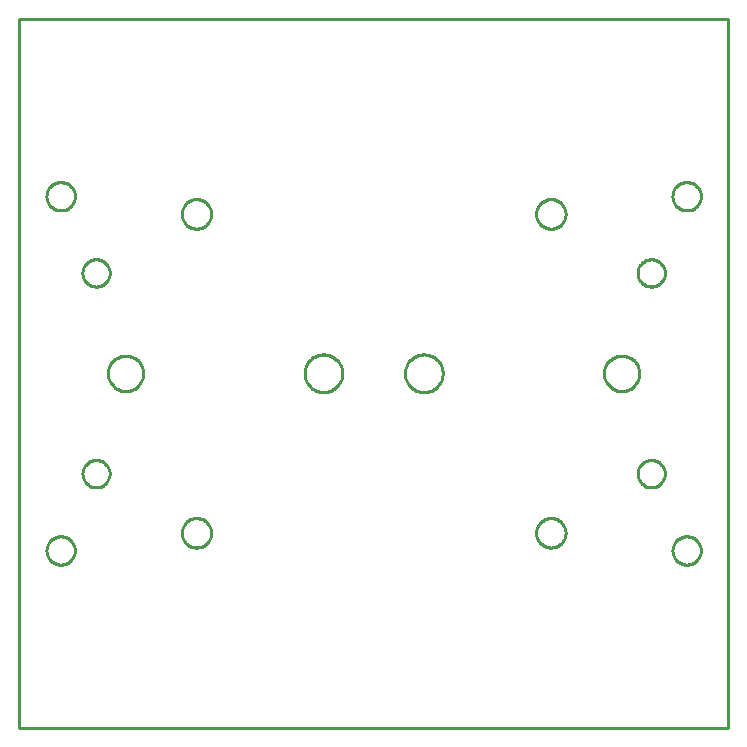
<source format=gbr>
G04 EAGLE Gerber X2 export*
%TF.Part,Single*%
%TF.FileFunction,Profile,NP*%
%TF.FilePolarity,Positive*%
%TF.GenerationSoftware,Autodesk,EAGLE,9.0.0*%
%TF.CreationDate,2018-09-03T19:42:11Z*%
G75*
%MOMM*%
%FSLAX34Y34*%
%LPD*%
%AMOC8*
5,1,8,0,0,1.08239X$1,22.5*%
G01*
%ADD10C,0.254000*%


D10*
X0Y0D02*
X600000Y0D01*
X600000Y600000D01*
X0Y600000D01*
X0Y0D01*
X149509Y447500D02*
X148530Y447423D01*
X147560Y447269D01*
X146604Y447040D01*
X145670Y446736D01*
X144763Y446361D01*
X143888Y445915D01*
X143050Y445401D01*
X142255Y444824D01*
X141508Y444186D01*
X140814Y443492D01*
X140176Y442745D01*
X139599Y441950D01*
X139085Y441112D01*
X138639Y440237D01*
X138264Y439330D01*
X137960Y438396D01*
X137731Y437441D01*
X137577Y436470D01*
X137500Y435491D01*
X137500Y434509D01*
X137577Y433530D01*
X137731Y432560D01*
X137960Y431604D01*
X138264Y430670D01*
X138639Y429763D01*
X139085Y428888D01*
X139599Y428050D01*
X140176Y427255D01*
X140814Y426508D01*
X141508Y425814D01*
X142255Y425176D01*
X143050Y424599D01*
X143888Y424085D01*
X144763Y423639D01*
X145670Y423264D01*
X146604Y422960D01*
X147560Y422731D01*
X148530Y422577D01*
X149509Y422500D01*
X150491Y422500D01*
X151470Y422577D01*
X152441Y422731D01*
X153396Y422960D01*
X154330Y423264D01*
X155237Y423639D01*
X156112Y424085D01*
X156950Y424599D01*
X157745Y425176D01*
X158492Y425814D01*
X159186Y426508D01*
X159824Y427255D01*
X160401Y428050D01*
X160915Y428888D01*
X161361Y429763D01*
X161736Y430670D01*
X162040Y431604D01*
X162269Y432560D01*
X162423Y433530D01*
X162500Y434509D01*
X162500Y435491D01*
X162423Y436470D01*
X162269Y437441D01*
X162040Y438396D01*
X161736Y439330D01*
X161361Y440237D01*
X160915Y441112D01*
X160401Y441950D01*
X159824Y442745D01*
X159186Y443492D01*
X158492Y444186D01*
X157745Y444824D01*
X156950Y445401D01*
X156112Y445915D01*
X155237Y446361D01*
X154330Y446736D01*
X153396Y447040D01*
X152441Y447269D01*
X151470Y447423D01*
X150491Y447500D01*
X149509Y447500D01*
X149509Y177500D02*
X148530Y177423D01*
X147560Y177269D01*
X146604Y177040D01*
X145670Y176736D01*
X144763Y176361D01*
X143888Y175915D01*
X143050Y175401D01*
X142255Y174824D01*
X141508Y174186D01*
X140814Y173492D01*
X140176Y172745D01*
X139599Y171950D01*
X139085Y171112D01*
X138639Y170237D01*
X138264Y169330D01*
X137960Y168396D01*
X137731Y167441D01*
X137577Y166470D01*
X137500Y165491D01*
X137500Y164509D01*
X137577Y163530D01*
X137731Y162560D01*
X137960Y161604D01*
X138264Y160670D01*
X138639Y159763D01*
X139085Y158888D01*
X139599Y158050D01*
X140176Y157255D01*
X140814Y156508D01*
X141508Y155814D01*
X142255Y155176D01*
X143050Y154599D01*
X143888Y154085D01*
X144763Y153639D01*
X145670Y153264D01*
X146604Y152960D01*
X147560Y152731D01*
X148530Y152577D01*
X149509Y152500D01*
X150491Y152500D01*
X151470Y152577D01*
X152441Y152731D01*
X153396Y152960D01*
X154330Y153264D01*
X155237Y153639D01*
X156112Y154085D01*
X156950Y154599D01*
X157745Y155176D01*
X158492Y155814D01*
X159186Y156508D01*
X159824Y157255D01*
X160401Y158050D01*
X160915Y158888D01*
X161361Y159763D01*
X161736Y160670D01*
X162040Y161604D01*
X162269Y162560D01*
X162423Y163530D01*
X162500Y164509D01*
X162500Y165491D01*
X162423Y166470D01*
X162269Y167441D01*
X162040Y168396D01*
X161736Y169330D01*
X161361Y170237D01*
X160915Y171112D01*
X160401Y171950D01*
X159824Y172745D01*
X159186Y173492D01*
X158492Y174186D01*
X157745Y174824D01*
X156950Y175401D01*
X156112Y175915D01*
X155237Y176361D01*
X154330Y176736D01*
X153396Y177040D01*
X152441Y177269D01*
X151470Y177423D01*
X150491Y177500D01*
X149509Y177500D01*
X89464Y315000D02*
X88396Y314924D01*
X87335Y314771D01*
X86288Y314543D01*
X85260Y314241D01*
X84256Y313867D01*
X83281Y313422D01*
X82341Y312908D01*
X81440Y312329D01*
X80582Y311687D01*
X79772Y310985D01*
X79015Y310228D01*
X78313Y309418D01*
X77671Y308560D01*
X77092Y307659D01*
X76578Y306719D01*
X76133Y305744D01*
X75759Y304740D01*
X75457Y303712D01*
X75229Y302665D01*
X75076Y301604D01*
X75000Y300536D01*
X75000Y299464D01*
X75076Y298396D01*
X75229Y297335D01*
X75457Y296288D01*
X75759Y295260D01*
X76133Y294256D01*
X76578Y293281D01*
X77092Y292341D01*
X77671Y291440D01*
X78313Y290582D01*
X79015Y289772D01*
X79772Y289015D01*
X80582Y288313D01*
X81440Y287671D01*
X82341Y287092D01*
X83281Y286578D01*
X84256Y286133D01*
X85260Y285759D01*
X86288Y285457D01*
X87335Y285229D01*
X88396Y285076D01*
X89464Y285000D01*
X90536Y285000D01*
X91604Y285076D01*
X92665Y285229D01*
X93712Y285457D01*
X94740Y285759D01*
X95744Y286133D01*
X96719Y286578D01*
X97659Y287092D01*
X98560Y287671D01*
X99418Y288313D01*
X100228Y289015D01*
X100985Y289772D01*
X101687Y290582D01*
X102329Y291440D01*
X102908Y292341D01*
X103422Y293281D01*
X103867Y294256D01*
X104241Y295260D01*
X104543Y296288D01*
X104771Y297335D01*
X104924Y298396D01*
X105000Y299464D01*
X105000Y300536D01*
X104924Y301604D01*
X104771Y302665D01*
X104543Y303712D01*
X104241Y304740D01*
X103867Y305744D01*
X103422Y306719D01*
X102908Y307659D01*
X102329Y308560D01*
X101687Y309418D01*
X100985Y310228D01*
X100228Y310985D01*
X99418Y311687D01*
X98560Y312329D01*
X97659Y312908D01*
X96719Y313422D01*
X95744Y313867D01*
X94740Y314241D01*
X93712Y314543D01*
X92665Y314771D01*
X91604Y314924D01*
X90536Y315000D01*
X89464Y315000D01*
X256976Y316000D02*
X255931Y315932D01*
X254892Y315795D01*
X253865Y315590D01*
X252853Y315319D01*
X251861Y314983D01*
X250893Y314582D01*
X249954Y314118D01*
X249046Y313595D01*
X248175Y313013D01*
X247344Y312375D01*
X246557Y311684D01*
X245816Y310943D01*
X245125Y310156D01*
X244488Y309325D01*
X243906Y308454D01*
X243382Y307546D01*
X242918Y306607D01*
X242517Y305639D01*
X242181Y304647D01*
X241910Y303635D01*
X241705Y302608D01*
X241569Y301569D01*
X241500Y300524D01*
X241500Y299476D01*
X241569Y298431D01*
X241705Y297392D01*
X241910Y296365D01*
X242181Y295353D01*
X242517Y294361D01*
X242918Y293393D01*
X243382Y292454D01*
X243906Y291546D01*
X244488Y290675D01*
X245125Y289844D01*
X245816Y289057D01*
X246557Y288316D01*
X247344Y287625D01*
X248175Y286988D01*
X249046Y286406D01*
X249954Y285882D01*
X250893Y285418D01*
X251861Y285017D01*
X252853Y284681D01*
X253865Y284410D01*
X254892Y284205D01*
X255931Y284069D01*
X256976Y284000D01*
X258024Y284000D01*
X259069Y284069D01*
X260108Y284205D01*
X261135Y284410D01*
X262147Y284681D01*
X263139Y285017D01*
X264107Y285418D01*
X265046Y285882D01*
X265954Y286406D01*
X266825Y286988D01*
X267656Y287625D01*
X268443Y288316D01*
X269184Y289057D01*
X269875Y289844D01*
X270513Y290675D01*
X271095Y291546D01*
X271618Y292454D01*
X272082Y293393D01*
X272483Y294361D01*
X272819Y295353D01*
X273090Y296365D01*
X273295Y297392D01*
X273432Y298431D01*
X273500Y299476D01*
X273500Y300524D01*
X273432Y301569D01*
X273295Y302608D01*
X273090Y303635D01*
X272819Y304647D01*
X272483Y305639D01*
X272082Y306607D01*
X271618Y307546D01*
X271095Y308454D01*
X270513Y309325D01*
X269875Y310156D01*
X269184Y310943D01*
X268443Y311684D01*
X267656Y312375D01*
X266825Y313013D01*
X265954Y313595D01*
X265046Y314118D01*
X264107Y314582D01*
X263139Y314983D01*
X262147Y315319D01*
X261135Y315590D01*
X260108Y315795D01*
X259069Y315932D01*
X258024Y316000D01*
X256976Y316000D01*
X64548Y396500D02*
X63647Y396429D01*
X62755Y396288D01*
X61876Y396077D01*
X61017Y395798D01*
X60182Y395452D01*
X59377Y395041D01*
X58606Y394569D01*
X57875Y394038D01*
X57188Y393451D01*
X56549Y392812D01*
X55962Y392125D01*
X55431Y391394D01*
X54959Y390623D01*
X54548Y389818D01*
X54202Y388983D01*
X53923Y388124D01*
X53712Y387245D01*
X53571Y386353D01*
X53500Y385452D01*
X53500Y384548D01*
X53571Y383647D01*
X53712Y382755D01*
X53923Y381876D01*
X54202Y381017D01*
X54548Y380182D01*
X54959Y379377D01*
X55431Y378606D01*
X55962Y377875D01*
X56549Y377188D01*
X57188Y376549D01*
X57875Y375962D01*
X58606Y375431D01*
X59377Y374959D01*
X60182Y374548D01*
X61017Y374202D01*
X61876Y373923D01*
X62755Y373712D01*
X63647Y373571D01*
X64548Y373500D01*
X65452Y373500D01*
X66353Y373571D01*
X67245Y373712D01*
X68124Y373923D01*
X68983Y374202D01*
X69818Y374548D01*
X70623Y374959D01*
X71394Y375431D01*
X72125Y375962D01*
X72812Y376549D01*
X73451Y377188D01*
X74038Y377875D01*
X74569Y378606D01*
X75041Y379377D01*
X75452Y380182D01*
X75798Y381017D01*
X76077Y381876D01*
X76288Y382755D01*
X76429Y383647D01*
X76500Y384548D01*
X76500Y385452D01*
X76429Y386353D01*
X76288Y387245D01*
X76077Y388124D01*
X75798Y388983D01*
X75452Y389818D01*
X75041Y390623D01*
X74569Y391394D01*
X74038Y392125D01*
X73451Y392812D01*
X72812Y393451D01*
X72125Y394038D01*
X71394Y394569D01*
X70623Y395041D01*
X69818Y395452D01*
X68983Y395798D01*
X68124Y396077D01*
X67245Y396288D01*
X66353Y396429D01*
X65452Y396500D01*
X64548Y396500D01*
X64548Y226500D02*
X63647Y226429D01*
X62755Y226288D01*
X61876Y226077D01*
X61017Y225798D01*
X60182Y225452D01*
X59377Y225041D01*
X58606Y224569D01*
X57875Y224038D01*
X57188Y223451D01*
X56549Y222812D01*
X55962Y222125D01*
X55431Y221394D01*
X54959Y220623D01*
X54548Y219818D01*
X54202Y218983D01*
X53923Y218124D01*
X53712Y217245D01*
X53571Y216353D01*
X53500Y215452D01*
X53500Y214548D01*
X53571Y213647D01*
X53712Y212755D01*
X53923Y211876D01*
X54202Y211017D01*
X54548Y210182D01*
X54959Y209377D01*
X55431Y208606D01*
X55962Y207875D01*
X56549Y207188D01*
X57188Y206549D01*
X57875Y205962D01*
X58606Y205431D01*
X59377Y204959D01*
X60182Y204548D01*
X61017Y204202D01*
X61876Y203923D01*
X62755Y203712D01*
X63647Y203571D01*
X64548Y203500D01*
X65452Y203500D01*
X66353Y203571D01*
X67245Y203712D01*
X68124Y203923D01*
X68983Y204202D01*
X69818Y204548D01*
X70623Y204959D01*
X71394Y205431D01*
X72125Y205962D01*
X72812Y206549D01*
X73451Y207188D01*
X74038Y207875D01*
X74569Y208606D01*
X75041Y209377D01*
X75452Y210182D01*
X75798Y211017D01*
X76077Y211876D01*
X76288Y212755D01*
X76429Y213647D01*
X76500Y214548D01*
X76500Y215452D01*
X76429Y216353D01*
X76288Y217245D01*
X76077Y218124D01*
X75798Y218983D01*
X75452Y219818D01*
X75041Y220623D01*
X74569Y221394D01*
X74038Y222125D01*
X73451Y222812D01*
X72812Y223451D01*
X72125Y224038D01*
X71394Y224569D01*
X70623Y225041D01*
X69818Y225452D01*
X68983Y225798D01*
X68124Y226077D01*
X67245Y226288D01*
X66353Y226429D01*
X65452Y226500D01*
X64548Y226500D01*
X450491Y152500D02*
X451470Y152577D01*
X452441Y152731D01*
X453396Y152960D01*
X454330Y153264D01*
X455237Y153639D01*
X456112Y154085D01*
X456950Y154599D01*
X457745Y155176D01*
X458492Y155814D01*
X459186Y156508D01*
X459824Y157255D01*
X460401Y158050D01*
X460915Y158888D01*
X461361Y159763D01*
X461736Y160670D01*
X462040Y161604D01*
X462269Y162560D01*
X462423Y163530D01*
X462500Y164509D01*
X462500Y165491D01*
X462423Y166470D01*
X462269Y167441D01*
X462040Y168396D01*
X461736Y169330D01*
X461361Y170237D01*
X460915Y171112D01*
X460401Y171950D01*
X459824Y172745D01*
X459186Y173492D01*
X458492Y174186D01*
X457745Y174824D01*
X456950Y175401D01*
X456112Y175915D01*
X455237Y176361D01*
X454330Y176736D01*
X453396Y177040D01*
X452441Y177269D01*
X451470Y177423D01*
X450491Y177500D01*
X449509Y177500D01*
X448530Y177423D01*
X447560Y177269D01*
X446604Y177040D01*
X445670Y176736D01*
X444763Y176361D01*
X443888Y175915D01*
X443050Y175401D01*
X442255Y174824D01*
X441508Y174186D01*
X440814Y173492D01*
X440176Y172745D01*
X439599Y171950D01*
X439085Y171112D01*
X438639Y170237D01*
X438264Y169330D01*
X437960Y168396D01*
X437731Y167441D01*
X437577Y166470D01*
X437500Y165491D01*
X437500Y164509D01*
X437577Y163530D01*
X437731Y162560D01*
X437960Y161604D01*
X438264Y160670D01*
X438639Y159763D01*
X439085Y158888D01*
X439599Y158050D01*
X440176Y157255D01*
X440814Y156508D01*
X441508Y155814D01*
X442255Y155176D01*
X443050Y154599D01*
X443888Y154085D01*
X444763Y153639D01*
X445670Y153264D01*
X446604Y152960D01*
X447560Y152731D01*
X448530Y152577D01*
X449509Y152500D01*
X450491Y152500D01*
X450491Y422500D02*
X451470Y422577D01*
X452441Y422731D01*
X453396Y422960D01*
X454330Y423264D01*
X455237Y423639D01*
X456112Y424085D01*
X456950Y424599D01*
X457745Y425176D01*
X458492Y425814D01*
X459186Y426508D01*
X459824Y427255D01*
X460401Y428050D01*
X460915Y428888D01*
X461361Y429763D01*
X461736Y430670D01*
X462040Y431604D01*
X462269Y432560D01*
X462423Y433530D01*
X462500Y434509D01*
X462500Y435491D01*
X462423Y436470D01*
X462269Y437441D01*
X462040Y438396D01*
X461736Y439330D01*
X461361Y440237D01*
X460915Y441112D01*
X460401Y441950D01*
X459824Y442745D01*
X459186Y443492D01*
X458492Y444186D01*
X457745Y444824D01*
X456950Y445401D01*
X456112Y445915D01*
X455237Y446361D01*
X454330Y446736D01*
X453396Y447040D01*
X452441Y447269D01*
X451470Y447423D01*
X450491Y447500D01*
X449509Y447500D01*
X448530Y447423D01*
X447560Y447269D01*
X446604Y447040D01*
X445670Y446736D01*
X444763Y446361D01*
X443888Y445915D01*
X443050Y445401D01*
X442255Y444824D01*
X441508Y444186D01*
X440814Y443492D01*
X440176Y442745D01*
X439599Y441950D01*
X439085Y441112D01*
X438639Y440237D01*
X438264Y439330D01*
X437960Y438396D01*
X437731Y437441D01*
X437577Y436470D01*
X437500Y435491D01*
X437500Y434509D01*
X437577Y433530D01*
X437731Y432560D01*
X437960Y431604D01*
X438264Y430670D01*
X438639Y429763D01*
X439085Y428888D01*
X439599Y428050D01*
X440176Y427255D01*
X440814Y426508D01*
X441508Y425814D01*
X442255Y425176D01*
X443050Y424599D01*
X443888Y424085D01*
X444763Y423639D01*
X445670Y423264D01*
X446604Y422960D01*
X447560Y422731D01*
X448530Y422577D01*
X449509Y422500D01*
X450491Y422500D01*
X510536Y285000D02*
X511604Y285076D01*
X512665Y285229D01*
X513712Y285457D01*
X514740Y285759D01*
X515744Y286133D01*
X516719Y286578D01*
X517659Y287092D01*
X518560Y287671D01*
X519418Y288313D01*
X520228Y289015D01*
X520985Y289772D01*
X521687Y290582D01*
X522329Y291440D01*
X522908Y292341D01*
X523422Y293281D01*
X523867Y294256D01*
X524241Y295260D01*
X524543Y296288D01*
X524771Y297335D01*
X524924Y298396D01*
X525000Y299464D01*
X525000Y300536D01*
X524924Y301604D01*
X524771Y302665D01*
X524543Y303712D01*
X524241Y304740D01*
X523867Y305744D01*
X523422Y306719D01*
X522908Y307659D01*
X522329Y308560D01*
X521687Y309418D01*
X520985Y310228D01*
X520228Y310985D01*
X519418Y311687D01*
X518560Y312329D01*
X517659Y312908D01*
X516719Y313422D01*
X515744Y313867D01*
X514740Y314241D01*
X513712Y314543D01*
X512665Y314771D01*
X511604Y314924D01*
X510536Y315000D01*
X509464Y315000D01*
X508396Y314924D01*
X507335Y314771D01*
X506288Y314543D01*
X505260Y314241D01*
X504256Y313867D01*
X503281Y313422D01*
X502341Y312908D01*
X501440Y312329D01*
X500582Y311687D01*
X499772Y310985D01*
X499015Y310228D01*
X498313Y309418D01*
X497671Y308560D01*
X497092Y307659D01*
X496578Y306719D01*
X496133Y305744D01*
X495759Y304740D01*
X495457Y303712D01*
X495229Y302665D01*
X495076Y301604D01*
X495000Y300536D01*
X495000Y299464D01*
X495076Y298396D01*
X495229Y297335D01*
X495457Y296288D01*
X495759Y295260D01*
X496133Y294256D01*
X496578Y293281D01*
X497092Y292341D01*
X497671Y291440D01*
X498313Y290582D01*
X499015Y289772D01*
X499772Y289015D01*
X500582Y288313D01*
X501440Y287671D01*
X502341Y287092D01*
X503281Y286578D01*
X504256Y286133D01*
X505260Y285759D01*
X506288Y285457D01*
X507335Y285229D01*
X508396Y285076D01*
X509464Y285000D01*
X510536Y285000D01*
X343024Y284000D02*
X344069Y284069D01*
X345108Y284205D01*
X346135Y284410D01*
X347147Y284681D01*
X348139Y285017D01*
X349107Y285418D01*
X350046Y285882D01*
X350954Y286406D01*
X351825Y286988D01*
X352656Y287625D01*
X353443Y288316D01*
X354184Y289057D01*
X354875Y289844D01*
X355513Y290675D01*
X356095Y291546D01*
X356618Y292454D01*
X357082Y293393D01*
X357483Y294361D01*
X357819Y295353D01*
X358090Y296365D01*
X358295Y297392D01*
X358432Y298431D01*
X358500Y299476D01*
X358500Y300524D01*
X358432Y301569D01*
X358295Y302608D01*
X358090Y303635D01*
X357819Y304647D01*
X357483Y305639D01*
X357082Y306607D01*
X356618Y307546D01*
X356095Y308454D01*
X355513Y309325D01*
X354875Y310156D01*
X354184Y310943D01*
X353443Y311684D01*
X352656Y312375D01*
X351825Y313013D01*
X350954Y313595D01*
X350046Y314118D01*
X349107Y314582D01*
X348139Y314983D01*
X347147Y315319D01*
X346135Y315590D01*
X345108Y315795D01*
X344069Y315932D01*
X343024Y316000D01*
X341976Y316000D01*
X340931Y315932D01*
X339892Y315795D01*
X338865Y315590D01*
X337853Y315319D01*
X336861Y314983D01*
X335893Y314582D01*
X334954Y314118D01*
X334046Y313595D01*
X333175Y313013D01*
X332344Y312375D01*
X331557Y311684D01*
X330816Y310943D01*
X330125Y310156D01*
X329488Y309325D01*
X328906Y308454D01*
X328382Y307546D01*
X327918Y306607D01*
X327517Y305639D01*
X327181Y304647D01*
X326910Y303635D01*
X326705Y302608D01*
X326569Y301569D01*
X326500Y300524D01*
X326500Y299476D01*
X326569Y298431D01*
X326705Y297392D01*
X326910Y296365D01*
X327181Y295353D01*
X327517Y294361D01*
X327918Y293393D01*
X328382Y292454D01*
X328906Y291546D01*
X329488Y290675D01*
X330125Y289844D01*
X330816Y289057D01*
X331557Y288316D01*
X332344Y287625D01*
X333175Y286988D01*
X334046Y286406D01*
X334954Y285882D01*
X335893Y285418D01*
X336861Y285017D01*
X337853Y284681D01*
X338865Y284410D01*
X339892Y284205D01*
X340931Y284069D01*
X341976Y284000D01*
X343024Y284000D01*
X535452Y203500D02*
X536353Y203571D01*
X537245Y203712D01*
X538124Y203923D01*
X538983Y204202D01*
X539818Y204548D01*
X540623Y204959D01*
X541394Y205431D01*
X542125Y205962D01*
X542812Y206549D01*
X543451Y207188D01*
X544038Y207875D01*
X544569Y208606D01*
X545041Y209377D01*
X545452Y210182D01*
X545798Y211017D01*
X546077Y211876D01*
X546288Y212755D01*
X546429Y213647D01*
X546500Y214548D01*
X546500Y215452D01*
X546429Y216353D01*
X546288Y217245D01*
X546077Y218124D01*
X545798Y218983D01*
X545452Y219818D01*
X545041Y220623D01*
X544569Y221394D01*
X544038Y222125D01*
X543451Y222812D01*
X542812Y223451D01*
X542125Y224038D01*
X541394Y224569D01*
X540623Y225041D01*
X539818Y225452D01*
X538983Y225798D01*
X538124Y226077D01*
X537245Y226288D01*
X536353Y226429D01*
X535452Y226500D01*
X534548Y226500D01*
X533647Y226429D01*
X532755Y226288D01*
X531876Y226077D01*
X531017Y225798D01*
X530182Y225452D01*
X529377Y225041D01*
X528606Y224569D01*
X527875Y224038D01*
X527188Y223451D01*
X526549Y222812D01*
X525962Y222125D01*
X525431Y221394D01*
X524959Y220623D01*
X524548Y219818D01*
X524202Y218983D01*
X523923Y218124D01*
X523712Y217245D01*
X523571Y216353D01*
X523500Y215452D01*
X523500Y214548D01*
X523571Y213647D01*
X523712Y212755D01*
X523923Y211876D01*
X524202Y211017D01*
X524548Y210182D01*
X524959Y209377D01*
X525431Y208606D01*
X525962Y207875D01*
X526549Y207188D01*
X527188Y206549D01*
X527875Y205962D01*
X528606Y205431D01*
X529377Y204959D01*
X530182Y204548D01*
X531017Y204202D01*
X531876Y203923D01*
X532755Y203712D01*
X533647Y203571D01*
X534548Y203500D01*
X535452Y203500D01*
X535452Y373500D02*
X536353Y373571D01*
X537245Y373712D01*
X538124Y373923D01*
X538983Y374202D01*
X539818Y374548D01*
X540623Y374959D01*
X541394Y375431D01*
X542125Y375962D01*
X542812Y376549D01*
X543451Y377188D01*
X544038Y377875D01*
X544569Y378606D01*
X545041Y379377D01*
X545452Y380182D01*
X545798Y381017D01*
X546077Y381876D01*
X546288Y382755D01*
X546429Y383647D01*
X546500Y384548D01*
X546500Y385452D01*
X546429Y386353D01*
X546288Y387245D01*
X546077Y388124D01*
X545798Y388983D01*
X545452Y389818D01*
X545041Y390623D01*
X544569Y391394D01*
X544038Y392125D01*
X543451Y392812D01*
X542812Y393451D01*
X542125Y394038D01*
X541394Y394569D01*
X540623Y395041D01*
X539818Y395452D01*
X538983Y395798D01*
X538124Y396077D01*
X537245Y396288D01*
X536353Y396429D01*
X535452Y396500D01*
X534548Y396500D01*
X533647Y396429D01*
X532755Y396288D01*
X531876Y396077D01*
X531017Y395798D01*
X530182Y395452D01*
X529377Y395041D01*
X528606Y394569D01*
X527875Y394038D01*
X527188Y393451D01*
X526549Y392812D01*
X525962Y392125D01*
X525431Y391394D01*
X524959Y390623D01*
X524548Y389818D01*
X524202Y388983D01*
X523923Y388124D01*
X523712Y387245D01*
X523571Y386353D01*
X523500Y385452D01*
X523500Y384548D01*
X523571Y383647D01*
X523712Y382755D01*
X523923Y381876D01*
X524202Y381017D01*
X524548Y380182D01*
X524959Y379377D01*
X525431Y378606D01*
X525962Y377875D01*
X526549Y377188D01*
X527188Y376549D01*
X527875Y375962D01*
X528606Y375431D01*
X529377Y374959D01*
X530182Y374548D01*
X531017Y374202D01*
X531876Y373923D01*
X532755Y373712D01*
X533647Y373571D01*
X534548Y373500D01*
X535452Y373500D01*
X47000Y449529D02*
X46926Y448588D01*
X46779Y447657D01*
X46558Y446740D01*
X46267Y445843D01*
X45906Y444972D01*
X45478Y444132D01*
X44985Y443328D01*
X44431Y442565D01*
X43819Y441848D01*
X43152Y441181D01*
X42435Y440569D01*
X41672Y440015D01*
X40868Y439522D01*
X40028Y439094D01*
X39157Y438733D01*
X38260Y438442D01*
X37343Y438222D01*
X36412Y438074D01*
X35471Y438000D01*
X34529Y438000D01*
X33588Y438074D01*
X32657Y438222D01*
X31740Y438442D01*
X30843Y438733D01*
X29972Y439094D01*
X29132Y439522D01*
X28328Y440015D01*
X27565Y440569D01*
X26848Y441181D01*
X26181Y441848D01*
X25569Y442565D01*
X25015Y443328D01*
X24522Y444132D01*
X24094Y444972D01*
X23733Y445843D01*
X23442Y446740D01*
X23222Y447657D01*
X23074Y448588D01*
X23000Y449529D01*
X23000Y450471D01*
X23074Y451412D01*
X23222Y452343D01*
X23442Y453260D01*
X23733Y454157D01*
X24094Y455028D01*
X24522Y455868D01*
X25015Y456672D01*
X25569Y457435D01*
X26181Y458152D01*
X26848Y458819D01*
X27565Y459431D01*
X28328Y459985D01*
X29132Y460478D01*
X29972Y460906D01*
X30843Y461267D01*
X31740Y461558D01*
X32657Y461779D01*
X33588Y461926D01*
X34529Y462000D01*
X35471Y462000D01*
X36412Y461926D01*
X37343Y461779D01*
X38260Y461558D01*
X39157Y461267D01*
X40028Y460906D01*
X40868Y460478D01*
X41672Y459985D01*
X42435Y459431D01*
X43152Y458819D01*
X43819Y458152D01*
X44431Y457435D01*
X44985Y456672D01*
X45478Y455868D01*
X45906Y455028D01*
X46267Y454157D01*
X46558Y453260D01*
X46779Y452343D01*
X46926Y451412D01*
X47000Y450471D01*
X47000Y449529D01*
X47000Y149529D02*
X46926Y148588D01*
X46779Y147657D01*
X46558Y146740D01*
X46267Y145843D01*
X45906Y144972D01*
X45478Y144132D01*
X44985Y143328D01*
X44431Y142565D01*
X43819Y141848D01*
X43152Y141181D01*
X42435Y140569D01*
X41672Y140015D01*
X40868Y139522D01*
X40028Y139094D01*
X39157Y138733D01*
X38260Y138442D01*
X37343Y138222D01*
X36412Y138074D01*
X35471Y138000D01*
X34529Y138000D01*
X33588Y138074D01*
X32657Y138222D01*
X31740Y138442D01*
X30843Y138733D01*
X29972Y139094D01*
X29132Y139522D01*
X28328Y140015D01*
X27565Y140569D01*
X26848Y141181D01*
X26181Y141848D01*
X25569Y142565D01*
X25015Y143328D01*
X24522Y144132D01*
X24094Y144972D01*
X23733Y145843D01*
X23442Y146740D01*
X23222Y147657D01*
X23074Y148588D01*
X23000Y149529D01*
X23000Y150471D01*
X23074Y151412D01*
X23222Y152343D01*
X23442Y153260D01*
X23733Y154157D01*
X24094Y155028D01*
X24522Y155868D01*
X25015Y156672D01*
X25569Y157435D01*
X26181Y158152D01*
X26848Y158819D01*
X27565Y159431D01*
X28328Y159985D01*
X29132Y160478D01*
X29972Y160906D01*
X30843Y161267D01*
X31740Y161558D01*
X32657Y161779D01*
X33588Y161926D01*
X34529Y162000D01*
X35471Y162000D01*
X36412Y161926D01*
X37343Y161779D01*
X38260Y161558D01*
X39157Y161267D01*
X40028Y160906D01*
X40868Y160478D01*
X41672Y159985D01*
X42435Y159431D01*
X43152Y158819D01*
X43819Y158152D01*
X44431Y157435D01*
X44985Y156672D01*
X45478Y155868D01*
X45906Y155028D01*
X46267Y154157D01*
X46558Y153260D01*
X46779Y152343D01*
X46926Y151412D01*
X47000Y150471D01*
X47000Y149529D01*
X577000Y449529D02*
X576926Y448588D01*
X576779Y447657D01*
X576558Y446740D01*
X576267Y445843D01*
X575906Y444972D01*
X575478Y444132D01*
X574985Y443328D01*
X574431Y442565D01*
X573819Y441848D01*
X573152Y441181D01*
X572435Y440569D01*
X571672Y440015D01*
X570868Y439522D01*
X570028Y439094D01*
X569157Y438733D01*
X568260Y438442D01*
X567343Y438222D01*
X566412Y438074D01*
X565471Y438000D01*
X564529Y438000D01*
X563588Y438074D01*
X562657Y438222D01*
X561740Y438442D01*
X560843Y438733D01*
X559972Y439094D01*
X559132Y439522D01*
X558328Y440015D01*
X557565Y440569D01*
X556848Y441181D01*
X556181Y441848D01*
X555569Y442565D01*
X555015Y443328D01*
X554522Y444132D01*
X554094Y444972D01*
X553733Y445843D01*
X553442Y446740D01*
X553222Y447657D01*
X553074Y448588D01*
X553000Y449529D01*
X553000Y450471D01*
X553074Y451412D01*
X553222Y452343D01*
X553442Y453260D01*
X553733Y454157D01*
X554094Y455028D01*
X554522Y455868D01*
X555015Y456672D01*
X555569Y457435D01*
X556181Y458152D01*
X556848Y458819D01*
X557565Y459431D01*
X558328Y459985D01*
X559132Y460478D01*
X559972Y460906D01*
X560843Y461267D01*
X561740Y461558D01*
X562657Y461779D01*
X563588Y461926D01*
X564529Y462000D01*
X565471Y462000D01*
X566412Y461926D01*
X567343Y461779D01*
X568260Y461558D01*
X569157Y461267D01*
X570028Y460906D01*
X570868Y460478D01*
X571672Y459985D01*
X572435Y459431D01*
X573152Y458819D01*
X573819Y458152D01*
X574431Y457435D01*
X574985Y456672D01*
X575478Y455868D01*
X575906Y455028D01*
X576267Y454157D01*
X576558Y453260D01*
X576779Y452343D01*
X576926Y451412D01*
X577000Y450471D01*
X577000Y449529D01*
X577000Y149529D02*
X576926Y148588D01*
X576779Y147657D01*
X576558Y146740D01*
X576267Y145843D01*
X575906Y144972D01*
X575478Y144132D01*
X574985Y143328D01*
X574431Y142565D01*
X573819Y141848D01*
X573152Y141181D01*
X572435Y140569D01*
X571672Y140015D01*
X570868Y139522D01*
X570028Y139094D01*
X569157Y138733D01*
X568260Y138442D01*
X567343Y138222D01*
X566412Y138074D01*
X565471Y138000D01*
X564529Y138000D01*
X563588Y138074D01*
X562657Y138222D01*
X561740Y138442D01*
X560843Y138733D01*
X559972Y139094D01*
X559132Y139522D01*
X558328Y140015D01*
X557565Y140569D01*
X556848Y141181D01*
X556181Y141848D01*
X555569Y142565D01*
X555015Y143328D01*
X554522Y144132D01*
X554094Y144972D01*
X553733Y145843D01*
X553442Y146740D01*
X553222Y147657D01*
X553074Y148588D01*
X553000Y149529D01*
X553000Y150471D01*
X553074Y151412D01*
X553222Y152343D01*
X553442Y153260D01*
X553733Y154157D01*
X554094Y155028D01*
X554522Y155868D01*
X555015Y156672D01*
X555569Y157435D01*
X556181Y158152D01*
X556848Y158819D01*
X557565Y159431D01*
X558328Y159985D01*
X559132Y160478D01*
X559972Y160906D01*
X560843Y161267D01*
X561740Y161558D01*
X562657Y161779D01*
X563588Y161926D01*
X564529Y162000D01*
X565471Y162000D01*
X566412Y161926D01*
X567343Y161779D01*
X568260Y161558D01*
X569157Y161267D01*
X570028Y160906D01*
X570868Y160478D01*
X571672Y159985D01*
X572435Y159431D01*
X573152Y158819D01*
X573819Y158152D01*
X574431Y157435D01*
X574985Y156672D01*
X575478Y155868D01*
X575906Y155028D01*
X576267Y154157D01*
X576558Y153260D01*
X576779Y152343D01*
X576926Y151412D01*
X577000Y150471D01*
X577000Y149529D01*
M02*

</source>
